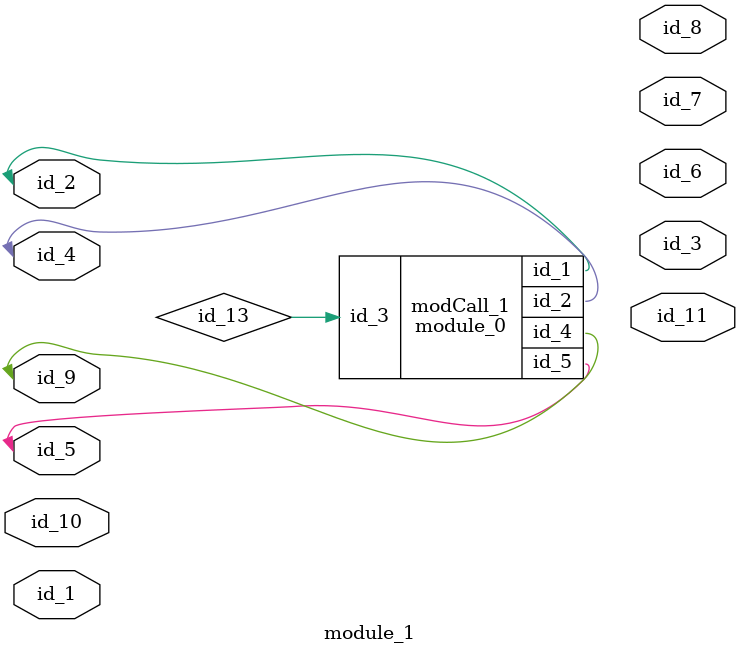
<source format=v>
module module_0 (
    id_1,
    id_2,
    id_3,
    id_4,
    id_5
);
  inout wire id_5;
  inout wire id_4;
  input wire id_3;
  inout wire id_2;
  inout wire id_1;
  wire id_6;
endmodule
module module_1 (
    id_1,
    id_2,
    id_3,
    id_4,
    id_5,
    id_6,
    id_7,
    id_8,
    id_9,
    id_10,
    id_11
);
  output wire id_11;
  input wire id_10;
  inout wire id_9;
  output wire id_8;
  output wire id_7;
  output wire id_6;
  inout wire id_5;
  inout wire id_4;
  output wire id_3;
  inout wire id_2;
  inout wire id_1;
  wire id_12;
  wire id_13;
  wire id_14;
  module_0 modCall_1 (
      id_2,
      id_4,
      id_13,
      id_9,
      id_5
  );
endmodule

</source>
